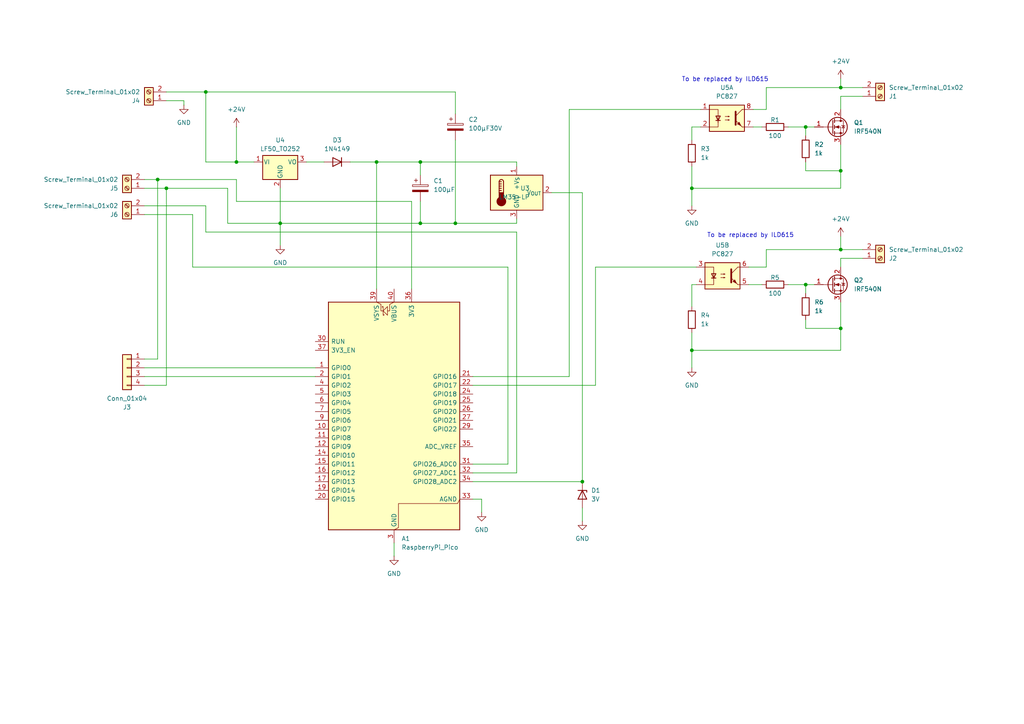
<source format=kicad_sch>
(kicad_sch (version 20250114) (generator "eeschema") (generator_version "9.0")
  (paper "A4")
  (lib_symbols
    (symbol "Connector:Screw_Terminal_01x02" (pin_names (offset 1.016) (hide yes))
      (property "Reference" "J" (at 0 2.54 0))
      (property "Value" "Screw_Terminal_01x02" (at 0 -5.08 0))
      (symbol "Screw_Terminal_01x02_1_1"
        (rectangle (start -1.27 1.27) (end 1.27 -3.81) (stroke (width 0.254)) (fill (type background)))
        (polyline (pts (xy -0.5334 0.3302) (xy 0.3302 -0.508)) (stroke (width 0.1524)))
        (polyline (pts (xy -0.5334 -2.2098) (xy 0.3302 -3.048)) (stroke (width 0.1524)))
        (polyline (pts (xy -0.3556 0.508) (xy 0.508 -0.3302)) (stroke (width 0.1524)))
        (polyline (pts (xy -0.3556 -2.032) (xy 0.508 -2.8702)) (stroke (width 0.1524)))
        (circle (center 0 0) (radius 0.635) (stroke (width 0.1524)))
        (circle (center 0 -2.54) (radius 0.635) (stroke (width 0.1524)))
        (pin passive line (at -5.08 0 0) (length 3.81) (name "Pin_1") (number "1"))
        (pin passive line (at -5.08 -2.54 0) (length 3.81) (name "Pin_2") (number "2"))
      )
    )
    (symbol "Connector_Generic:Conn_01x04" (pin_names (offset 1.016) (hide yes))
      (property "Reference" "J" (at 0 5.08 0))
      (property "Value" "Conn_01x04" (at 0 -7.62 0))
      (symbol "Conn_01x04_1_1"
        (rectangle (start -1.27 3.81) (end 1.27 -6.35) (stroke (width 0.254)) (fill (type background)))
        (rectangle (start -1.27 2.667) (end 0 2.413) (stroke (width 0.1524)))
        (rectangle (start -1.27 0.127) (end 0 -0.127) (stroke (width 0.1524)))
        (rectangle (start -1.27 -2.413) (end 0 -2.667) (stroke (width 0.1524)))
        (rectangle (start -1.27 -4.953) (end 0 -5.207) (stroke (width 0.1524)))
        (pin passive line (at -5.08 2.54 0) (length 3.81) (name "Pin_1") (number "1"))
        (pin passive line (at -5.08 0 0) (length 3.81) (name "Pin_2") (number "2"))
        (pin passive line (at -5.08 -2.54 0) (length 3.81) (name "Pin_3") (number "3"))
        (pin passive line (at -5.08 -5.08 0) (length 3.81) (name "Pin_4") (number "4"))
      )
    )
    (symbol "Device:C_Polarized" (pin_numbers (hide yes)) (pin_names (offset 0.254))
      (property "Reference" "C" (at 0.635 2.54 0))
      (property "Value" "C_Polarized" (at 0.635 -2.54 0))
      (symbol "C_Polarized_0_1"
        (rectangle (start -2.286 0.508) (end 2.286 1.016))
        (polyline (pts (xy -1.778 2.286) (xy -0.762 2.286)))
        (polyline (pts (xy -1.27 2.794) (xy -1.27 1.778)))
        (rectangle (start 2.286 -0.508) (end -2.286 -1.016) (fill (type outline)))
      )
      (symbol "C_Polarized_1_1"
        (pin passive line (at 0 3.81 270) (length 2.794) (name "~") (number "1"))
        (pin passive line (at 0 -3.81 90) (length 2.794) (name "~") (number "2"))
      )
    )
    (symbol "Device:D_Zener" (pin_numbers (hide yes)) (pin_names (offset 1.016) (hide yes))
      (property "Reference" "D" (at 0 2.54 0))
      (property "Value" "D_Zener" (at 0 -2.54 0))
      (symbol "D_Zener_0_1"
        (polyline (pts (xy -1.27 -1.27) (xy -1.27 1.27) (xy -0.762 1.27)) (stroke (width 0.254)))
        (polyline (pts (xy 1.27 0) (xy -1.27 0)))
        (polyline (pts (xy 1.27 -1.27) (xy 1.27 1.27) (xy -1.27 0) (xy 1.27 -1.27)) (stroke (width 0.254)))
      )
      (symbol "D_Zener_1_1"
        (pin passive line (at -3.81 0 0) (length 2.54) (name "K") (number "1"))
        (pin passive line (at 3.81 0 180) (length 2.54) (name "A") (number "2"))
      )
    )
    (symbol "Device:R" (pin_numbers (hide yes)) (pin_names (offset 0))
      (property "Reference" "R" (at 2.032 0 90))
      (property "Value" "R" (at 0 0 90))
      (symbol "R_0_1"
        (rectangle (start -1.016 -2.54) (end 1.016 2.54) (stroke (width 0.254)))
      )
      (symbol "R_1_1"
        (pin passive line (at 0 3.81 270) (length 1.27) (name "~") (number "1"))
        (pin passive line (at 0 -3.81 90) (length 1.27) (name "~") (number "2"))
      )
    )
    (symbol "Diode:1N4149" (pin_numbers (hide yes)) (pin_names (hide yes))
      (property "Reference" "D" (at 0 2.54 0))
      (property "Value" "1N4149" (at 0 -2.54 0))
      (symbol "1N4149_0_1"
        (polyline (pts (xy -1.27 1.27) (xy -1.27 -1.27)) (stroke (width 0.254)))
        (polyline (pts (xy 1.27 1.27) (xy 1.27 -1.27) (xy -1.27 0) (xy 1.27 1.27)) (stroke (width 0.254)))
        (polyline (pts (xy 1.27 0) (xy -1.27 0)))
      )
      (symbol "1N4149_1_1"
        (pin passive line (at -3.81 0 0) (length 2.54) (name "K") (number "1"))
        (pin passive line (at 3.81 0 180) (length 2.54) (name "A") (number "2"))
      )
    )
    (symbol "Isolator:PC827" (pin_names (offset 1.016))
      (property "Reference" "U" (at -5.08 5.08 0))
      (property "Value" "PC827" (at 0 5.08 0))
      (symbol "PC827_0_1"
        (rectangle (start -5.08 3.81) (end 5.08 -3.81) (stroke (width 0.254)) (fill (type background)))
        (polyline (pts (xy -5.08 2.54) (xy -2.54 2.54) (xy -2.54 -1.27) (xy -2.54 0.635)))
        (polyline (pts (xy -3.175 -0.635) (xy -1.905 -0.635)) (stroke (width 0.254)))
        (polyline (pts (xy -2.54 -0.635) (xy -2.54 -2.54) (xy -5.08 -2.54)))
        (polyline (pts (xy -2.54 -0.635) (xy -3.175 0.635) (xy -1.905 0.635) (xy -2.54 -0.635)) (stroke (width 0.254)))
        (polyline (pts (xy -0.508 0.508) (xy 0.762 0.508) (xy 0.381 0.381) (xy 0.381 0.635) (xy 0.762 0.508)))
        (polyline (pts (xy -0.508 -0.508) (xy 0.762 -0.508) (xy 0.381 -0.635) (xy 0.381 -0.381) (xy 0.762 -0.508)))
        (polyline (pts (xy 2.54 1.905) (xy 2.54 -1.905) (xy 2.54 -1.905)) (stroke (width 0.508)))
        (polyline (pts (xy 2.54 0.635) (xy 4.445 2.54)))
        (polyline (pts (xy 3.048 -1.651) (xy 3.556 -1.143) (xy 4.064 -2.159) (xy 3.048 -1.651) (xy 3.048 -1.651)) (fill (type outline)))
        (polyline (pts (xy 4.445 2.54) (xy 5.08 2.54)))
        (polyline (pts (xy 4.445 -2.54) (xy 2.54 -0.635)) (fill (type outline)))
        (polyline (pts (xy 4.445 -2.54) (xy 5.08 -2.54)))
      )
      (symbol "PC827_1_1"
        (pin passive line (at -7.62 2.54 0) (length 2.54) (name "~") (number "1"))
        (pin passive line (at -7.62 -2.54 0) (length 2.54) (name "~") (number "2"))
        (pin passive line (at 7.62 2.54 180) (length 2.54) (name "~") (number "8"))
        (pin passive line (at 7.62 -2.54 180) (length 2.54) (name "~") (number "7"))
      )
      (symbol "PC827_2_1"
        (pin passive line (at -7.62 2.54 0) (length 2.54) (name "~") (number "3"))
        (pin passive line (at -7.62 -2.54 0) (length 2.54) (name "~") (number "4"))
        (pin passive line (at 7.62 2.54 180) (length 2.54) (name "~") (number "6"))
        (pin passive line (at 7.62 -2.54 180) (length 2.54) (name "~") (number "5"))
      )
    )
    (symbol "MCU_Module:RaspberryPi_Pico" (pin_names (offset 0.762))
      (property "Reference" "A" (at -19.05 35.56 0))
      (property "Value" "RaspberryPi_Pico" (at 7.62 35.56 0))
      (symbol "RaspberryPi_Pico_0_1"
        (rectangle (start -19.05 34.29) (end 19.05 -31.75) (stroke (width 0.254)) (fill (type background)))
        (polyline (pts (xy -5.08 34.29) (xy -3.81 33.655) (xy -3.81 31.75) (xy -3.175 31.75)))
        (polyline (pts (xy -3.429 32.766) (xy -3.429 33.02) (xy -3.175 33.02) (xy -3.175 30.48) (xy -2.921 30.48) (xy -2.921 30.734)))
        (polyline (pts (xy -3.175 31.75) (xy -1.905 33.02) (xy -1.905 30.48) (xy -3.175 31.75)))
        (polyline (pts (xy 0 34.29) (xy -1.27 33.655) (xy -1.27 31.75) (xy -1.905 31.75)))
        (polyline (pts (xy 0 -31.75) (xy 1.27 -31.115) (xy 1.27 -24.13) (xy 18.415 -24.13) (xy 19.05 -22.86)))
      )
      (symbol "RaspberryPi_Pico_1_1"
        (pin passive line (at -22.86 22.86 0) (length 3.81) (name "RUN") (number "30"))
        (pin passive line (at -22.86 20.32 0) (length 3.81) (name "3V3_EN") (number "37"))
        (pin bidirectional line (at -22.86 15.24 0) (length 3.81) (name "GPIO0") (number "1"))
        (pin bidirectional line (at -22.86 12.7 0) (length 3.81) (name "GPIO1") (number "2"))
        (pin bidirectional line (at -22.86 10.16 0) (length 3.81) (name "GPIO2") (number "4"))
        (pin bidirectional line (at -22.86 7.62 0) (length 3.81) (name "GPIO3") (number "5"))
        (pin bidirectional line (at -22.86 5.08 0) (length 3.81) (name "GPIO4") (number "6"))
        (pin bidirectional line (at -22.86 2.54 0) (length 3.81) (name "GPIO5") (number "7"))
        (pin bidirectional line (at -22.86 0 0) (length 3.81) (name "GPIO6") (number "9"))
        (pin bidirectional line (at -22.86 -2.54 0) (length 3.81) (name "GPIO7") (number "10"))
        (pin bidirectional line (at -22.86 -5.08 0) (length 3.81) (name "GPIO8") (number "11"))
        (pin bidirectional line (at -22.86 -7.62 0) (length 3.81) (name "GPIO9") (number "12"))
        (pin bidirectional line (at -22.86 -10.16 0) (length 3.81) (name "GPIO10") (number "14"))
        (pin bidirectional line (at -22.86 -12.7 0) (length 3.81) (name "GPIO11") (number "15"))
        (pin bidirectional line (at -22.86 -15.24 0) (length 3.81) (name "GPIO12") (number "16"))
        (pin bidirectional line (at -22.86 -17.78 0) (length 3.81) (name "GPIO13") (number "17"))
        (pin bidirectional line (at -22.86 -20.32 0) (length 3.81) (name "GPIO14") (number "19"))
        (pin bidirectional line (at -22.86 -22.86 0) (length 3.81) (name "GPIO15") (number "20"))
        (pin power_in line (at -5.08 38.1 270) (length 3.81) (name "VSYS") (number "39"))
        (pin power_out line (at 0 38.1 270) (length 3.81) (name "VBUS") (number "40"))
        (pin passive line (at 0 -35.56 90) (length 3.81) (hide yes) (name "GND") (number "13"))
        (pin passive line (at 0 -35.56 90) (length 3.81) (hide yes) (name "GND") (number "18"))
        (pin passive line (at 0 -35.56 90) (length 3.81) (hide yes) (name "GND") (number "23"))
        (pin passive line (at 0 -35.56 90) (length 3.81) (hide yes) (name "GND") (number "28"))
        (pin power_out line (at 0 -35.56 90) (length 3.81) (name "GND") (number "3"))
        (pin passive line (at 0 -35.56 90) (length 3.81) (hide yes) (name "GND") (number "38"))
        (pin passive line (at 0 -35.56 90) (length 3.81) (hide yes) (name "GND") (number "8"))
        (pin power_out line (at 5.08 38.1 270) (length 3.81) (name "3V3") (number "36"))
        (pin bidirectional line (at 22.86 12.7 180) (length 3.81) (name "GPIO16") (number "21"))
        (pin bidirectional line (at 22.86 10.16 180) (length 3.81) (name "GPIO17") (number "22"))
        (pin bidirectional line (at 22.86 7.62 180) (length 3.81) (name "GPIO18") (number "24"))
        (pin bidirectional line (at 22.86 5.08 180) (length 3.81) (name "GPIO19") (number "25"))
        (pin bidirectional line (at 22.86 2.54 180) (length 3.81) (name "GPIO20") (number "26"))
        (pin bidirectional line (at 22.86 0 180) (length 3.81) (name "GPIO21") (number "27"))
        (pin bidirectional line (at 22.86 -2.54 180) (length 3.81) (name "GPIO22") (number "29"))
        (pin power_in line (at 22.86 -7.62 180) (length 3.81) (name "ADC_VREF") (number "35"))
        (pin bidirectional line (at 22.86 -12.7 180) (length 3.81) (name "GPIO26_ADC0") (number "31"))
        (pin bidirectional line (at 22.86 -15.24 180) (length 3.81) (name "GPIO27_ADC1") (number "32"))
        (pin bidirectional line (at 22.86 -17.78 180) (length 3.81) (name "GPIO28_ADC2") (number "34"))
        (pin power_out line (at 22.86 -22.86 180) (length 3.81) (name "AGND") (number "33"))
      )
    )
    (symbol "Regulator_Linear:LF50_TO252" (pin_names (offset 0.254))
      (property "Reference" "U" (at -3.81 3.175 0))
      (property "Value" "LF50_TO252" (at 0 3.175 0))
      (symbol "LF50_TO252_0_1"
        (rectangle (start -5.08 1.905) (end 5.08 -5.08) (stroke (width 0.254)) (fill (type background)))
      )
      (symbol "LF50_TO252_1_1"
        (pin power_in line (at -7.62 0 0) (length 2.54) (name "VI") (number "1"))
        (pin power_in line (at 0 -7.62 90) (length 2.54) (name "GND") (number "2"))
        (pin power_out line (at 7.62 0 180) (length 2.54) (name "VO") (number "3"))
      )
    )
    (symbol "Sensor_Temperature:LM35-LP"
      (property "Reference" "U" (at -6.35 6.35 0))
      (property "Value" "LM35-LP" (at 1.27 6.35 0))
      (symbol "LM35-LP_0_1"
        (rectangle (start -7.62 5.08) (end 7.62 -5.08) (stroke (width 0.254)) (fill (type background)))
        (polyline (pts (xy -5.08 3.175) (xy -5.08 0)) (stroke (width 0.254)))
        (polyline (pts (xy -5.08 3.175) (xy -4.445 3.175)) (stroke (width 0.254)))
        (polyline (pts (xy -5.08 2.54) (xy -4.445 2.54)) (stroke (width 0.254)))
        (polyline (pts (xy -5.08 1.905) (xy -4.445 1.905)) (stroke (width 0.254)))
        (polyline (pts (xy -5.08 1.27) (xy -4.445 1.27)) (stroke (width 0.254)))
        (polyline (pts (xy -5.08 0.635) (xy -4.445 0.635)) (stroke (width 0.254)))
        (arc (start -5.08 3.175) (mid -4.445 3.8073) (end -3.81 3.175) (stroke (width 0.254)))
        (circle (center -4.445 -2.54) (radius 1.27) (stroke (width 0.254)) (fill (type outline)))
        (polyline (pts (xy -3.81 3.175) (xy -3.81 0)) (stroke (width 0.254)))
        (rectangle (start -3.81 -1.905) (end -5.08 0) (stroke (width 0.254)) (fill (type outline)))
      )
      (symbol "LM35-LP_1_1"
        (pin power_in line (at 0 7.62 270) (length 2.54) (name "+V_{S}") (number "1"))
        (pin power_in line (at 0 -7.62 90) (length 2.54) (name "GND") (number "3"))
        (pin output line (at 10.16 0 180) (length 2.54) (name "V_{OUT}") (number "2"))
      )
    )
    (symbol "Transistor_FET:IRF540N" (pin_names (hide yes))
      (property "Reference" "Q" (at 5.08 1.905 0))
      (property "Value" "IRF540N" (at 5.08 0 0))
      (symbol "IRF540N_0_1"
        (polyline (pts (xy 0.254 1.905) (xy 0.254 -1.905)) (stroke (width 0.254)))
        (polyline (pts (xy 0.254 0) (xy -2.54 0)))
        (polyline (pts (xy 0.762 2.286) (xy 0.762 1.27)) (stroke (width 0.254)))
        (polyline (pts (xy 0.762 0.508) (xy 0.762 -0.508)) (stroke (width 0.254)))
        (polyline (pts (xy 0.762 -1.27) (xy 0.762 -2.286)) (stroke (width 0.254)))
        (polyline (pts (xy 0.762 -1.778) (xy 3.302 -1.778) (xy 3.302 1.778) (xy 0.762 1.778)))
        (polyline (pts (xy 1.016 0) (xy 2.032 0.381) (xy 2.032 -0.381) (xy 1.016 0)) (fill (type outline)))
        (circle (center 1.651 0) (radius 2.794) (stroke (width 0.254)))
        (polyline (pts (xy 2.54 2.54) (xy 2.54 1.778)))
        (circle (center 2.54 1.778) (radius 0.254) (fill (type outline)))
        (circle (center 2.54 -1.778) (radius 0.254) (fill (type outline)))
        (polyline (pts (xy 2.54 -2.54) (xy 2.54 0) (xy 0.762 0)))
        (polyline (pts (xy 2.794 0.508) (xy 2.921 0.381) (xy 3.683 0.381) (xy 3.81 0.254)))
        (polyline (pts (xy 3.302 0.381) (xy 2.921 -0.254) (xy 3.683 -0.254) (xy 3.302 0.381)))
      )
      (symbol "IRF540N_1_1"
        (pin input line (at -5.08 0 0) (length 2.54) (name "G") (number "1"))
        (pin passive line (at 2.54 5.08 270) (length 2.54) (name "D") (number "2"))
        (pin passive line (at 2.54 -5.08 90) (length 2.54) (name "S") (number "3"))
      )
    )
    (symbol "power:+24V" (power) (pin_numbers (hide yes)) (pin_names (offset 0) (hide yes))
      (property "Value" "+24V" (at 0 3.556 0))
      (symbol "+24V_0_1"
        (polyline (pts (xy -0.762 1.27) (xy 0 2.54)))
        (polyline (pts (xy 0 2.54) (xy 0.762 1.27)))
        (polyline (pts (xy 0 0) (xy 0 2.54)))
      )
      (symbol "+24V_1_1"
        (pin power_in line (at 0 0 90) (length 0) (name "~") (number "1"))
      )
    )
    (symbol "power:GND" (power) (pin_numbers (hide yes)) (pin_names (offset 0) (hide yes))
      (property "Value" "GND" (at 0 -3.81 0))
      (symbol "GND_0_1"
        (polyline (pts (xy 0 0) (xy 0 -1.27) (xy 1.27 -1.27) (xy 0 -2.54) (xy -1.27 -1.27) (xy 0 -1.27)))
      )
      (symbol "GND_1_1"
        (pin power_in line (at 0 0 270) (length 0) (name "~") (number "1"))
      )
    )
  )
  (text "To be replaced by ILD615" (at 210.312 23.114 0) (effects (font (size 1.27 1.27))))
  (text "To be replaced by ILD615" (at 217.678 68.326 0) (effects (font (size 1.27 1.27))))
  (junction (at 109.22 46.99))
  (junction (at 200.66 54.61))
  (junction (at 243.84 49.53))
  (junction (at 243.84 95.25))
  (junction (at 81.28 64.77))
  (junction (at 68.58 46.99))
  (junction (at 168.91 139.7))
  (junction (at 233.68 82.55))
  (junction (at 243.84 72.39))
  (junction (at 233.68 36.83))
  (junction (at 121.92 64.77))
  (junction (at 243.84 25.4))
  (junction (at 200.66 101.6))
  (junction (at 48.26 54.61))
  (junction (at 132.08 64.77))
  (junction (at 45.72 52.07))
  (junction (at 59.69 26.67))
  (junction (at 121.92 46.99))
  (wire (pts (xy 243.84 72.39) (xy 250.19 72.39)))
  (wire (pts (xy 222.25 25.4) (xy 243.84 25.4)))
  (wire (pts (xy 41.91 104.14) (xy 45.72 104.14)))
  (wire (pts (xy 132.08 40.64) (xy 132.08 64.77)))
  (wire (pts (xy 243.84 25.4) (xy 250.19 25.4)))
  (wire (pts (xy 243.84 74.93) (xy 250.19 74.93)))
  (wire (pts (xy 200.66 54.61) (xy 200.66 59.69)))
  (wire (pts (xy 59.69 46.99) (xy 68.58 46.99)))
  (wire (pts (xy 243.84 27.94) (xy 243.84 31.75)))
  (wire (pts (xy 222.25 77.47) (xy 217.17 77.47)))
  (wire (pts (xy 147.32 77.47) (xy 147.32 134.62)))
  (wire (pts (xy 172.72 77.47) (xy 201.93 77.47)))
  (wire (pts (xy 218.44 31.75) (xy 222.25 31.75)))
  (wire (pts (xy 243.84 95.25) (xy 243.84 101.6)))
  (wire (pts (xy 200.66 82.55) (xy 200.66 88.9)))
  (wire (pts (xy 233.68 92.71) (xy 233.68 95.25)))
  (wire (pts (xy 228.6 82.55) (xy 233.68 82.55)))
  (wire (pts (xy 55.88 62.23) (xy 55.88 77.47)))
  (wire (pts (xy 59.69 26.67) (xy 132.08 26.67)))
  (wire (pts (xy 132.08 64.77) (xy 121.92 64.77)))
  (wire (pts (xy 168.91 147.32) (xy 168.91 151.13)))
  (wire (pts (xy 121.92 46.99) (xy 149.86 46.99)))
  (wire (pts (xy 243.84 87.63) (xy 243.84 95.25)))
  (wire (pts (xy 81.28 54.61) (xy 81.28 64.77)))
  (wire (pts (xy 109.22 46.99) (xy 109.22 83.82)))
  (wire (pts (xy 233.68 82.55) (xy 233.68 85.09)))
  (wire (pts (xy 243.84 22.86) (xy 243.84 25.4)))
  (wire (pts (xy 233.68 36.83) (xy 233.68 39.37)))
  (wire (pts (xy 243.84 54.61) (xy 200.66 54.61)))
  (wire (pts (xy 109.22 46.99) (xy 121.92 46.99)))
  (wire (pts (xy 68.58 52.07) (xy 68.58 58.42)))
  (wire (pts (xy 172.72 111.76) (xy 172.72 77.47)))
  (wire (pts (xy 41.91 59.69) (xy 59.69 59.69)))
  (wire (pts (xy 41.91 106.68) (xy 91.44 106.68)))
  (wire (pts (xy 233.68 82.55) (xy 236.22 82.55)))
  (wire (pts (xy 59.69 26.67) (xy 59.69 46.99)))
  (wire (pts (xy 48.26 26.67) (xy 59.69 26.67)))
  (wire (pts (xy 243.84 68.58) (xy 243.84 72.39)))
  (wire (pts (xy 119.38 58.42) (xy 119.38 83.82)))
  (wire (pts (xy 101.6 46.99) (xy 109.22 46.99)))
  (wire (pts (xy 233.68 46.99) (xy 233.68 49.53)))
  (wire (pts (xy 160.02 55.88) (xy 168.91 55.88)))
  (wire (pts (xy 149.86 48.26) (xy 149.86 46.99)))
  (wire (pts (xy 243.84 49.53) (xy 243.84 54.61)))
  (wire (pts (xy 55.88 77.47) (xy 147.32 77.47)))
  (wire (pts (xy 149.86 64.77) (xy 132.08 64.77)))
  (wire (pts (xy 137.16 144.78) (xy 139.7 144.78)))
  (wire (pts (xy 222.25 72.39) (xy 222.25 77.47)))
  (wire (pts (xy 200.66 96.52) (xy 200.66 101.6)))
  (wire (pts (xy 200.66 36.83) (xy 200.66 40.64)))
  (wire (pts (xy 66.04 54.61) (xy 66.04 64.77)))
  (wire (pts (xy 165.1 31.75) (xy 203.2 31.75)))
  (wire (pts (xy 137.16 134.62) (xy 147.32 134.62)))
  (wire (pts (xy 200.66 101.6) (xy 200.66 106.68)))
  (wire (pts (xy 200.66 48.26) (xy 200.66 54.61)))
  (wire (pts (xy 66.04 64.77) (xy 81.28 64.77)))
  (wire (pts (xy 48.26 54.61) (xy 66.04 54.61)))
  (wire (pts (xy 149.86 63.5) (xy 149.86 64.77)))
  (wire (pts (xy 114.3 157.48) (xy 114.3 161.29)))
  (wire (pts (xy 243.84 101.6) (xy 200.66 101.6)))
  (wire (pts (xy 68.58 36.83) (xy 68.58 46.99)))
  (wire (pts (xy 201.93 82.55) (xy 200.66 82.55)))
  (wire (pts (xy 233.68 49.53) (xy 243.84 49.53)))
  (wire (pts (xy 217.17 82.55) (xy 220.98 82.55)))
  (wire (pts (xy 149.86 137.16) (xy 137.16 137.16)))
  (wire (pts (xy 41.91 54.61) (xy 48.26 54.61)))
  (wire (pts (xy 132.08 33.02) (xy 132.08 26.67)))
  (wire (pts (xy 121.92 64.77) (xy 81.28 64.77)))
  (wire (pts (xy 53.34 29.21) (xy 53.34 30.48)))
  (wire (pts (xy 48.26 111.76) (xy 48.26 54.61)))
  (wire (pts (xy 165.1 31.75) (xy 165.1 109.22)))
  (wire (pts (xy 218.44 36.83) (xy 220.98 36.83)))
  (wire (pts (xy 243.84 74.93) (xy 243.84 77.47)))
  (wire (pts (xy 81.28 71.12) (xy 81.28 64.77)))
  (wire (pts (xy 41.91 62.23) (xy 55.88 62.23)))
  (wire (pts (xy 203.2 36.83) (xy 200.66 36.83)))
  (wire (pts (xy 45.72 104.14) (xy 45.72 52.07)))
  (wire (pts (xy 68.58 46.99) (xy 73.66 46.99)))
  (wire (pts (xy 139.7 144.78) (xy 139.7 148.59)))
  (wire (pts (xy 222.25 72.39) (xy 243.84 72.39)))
  (wire (pts (xy 41.91 52.07) (xy 45.72 52.07)))
  (wire (pts (xy 88.9 46.99) (xy 93.98 46.99)))
  (wire (pts (xy 137.16 139.7) (xy 168.91 139.7)))
  (wire (pts (xy 41.91 111.76) (xy 48.26 111.76)))
  (wire (pts (xy 233.68 36.83) (xy 236.22 36.83)))
  (wire (pts (xy 68.58 58.42) (xy 119.38 58.42)))
  (wire (pts (xy 137.16 111.76) (xy 172.72 111.76)))
  (wire (pts (xy 149.86 67.31) (xy 149.86 137.16)))
  (wire (pts (xy 121.92 58.42) (xy 121.92 64.77)))
  (wire (pts (xy 137.16 109.22) (xy 165.1 109.22)))
  (wire (pts (xy 222.25 31.75) (xy 222.25 25.4)))
  (wire (pts (xy 228.6 36.83) (xy 233.68 36.83)))
  (wire (pts (xy 41.91 109.22) (xy 91.44 109.22)))
  (wire (pts (xy 59.69 59.69) (xy 59.69 67.31)))
  (wire (pts (xy 168.91 139.7) (xy 168.91 55.88)))
  (wire (pts (xy 233.68 95.25) (xy 243.84 95.25)))
  (wire (pts (xy 48.26 29.21) (xy 53.34 29.21)))
  (wire (pts (xy 243.84 41.91) (xy 243.84 49.53)))
  (wire (pts (xy 45.72 52.07) (xy 68.58 52.07)))
  (wire (pts (xy 59.69 67.31) (xy 149.86 67.31)))
  (wire (pts (xy 121.92 46.99) (xy 121.92 50.8)))
  (wire (pts (xy 250.19 27.94) (xy 243.84 27.94)))
  (symbol (lib_id "Sensor_Temperature:LM35-LP") (at 149.86 55.88 0) (unit 1)
    (property "Reference" "U3" (at 153.67 54.6099 0) (effects (justify right)))
    (property "Value" "LM35-LP" (at 153.67 57.1499 0) (effects (justify right)))
    (property "Footprint" "Package_TO_SOT_THT:TO-92_Inline" (effects (hide yes)))
    (property "Datasheet" "http://www.ti.com/lit/ds/symlink/lm35.pdf" (effects (hide yes)))
    (property "Description" "Precision centigrade temperature sensor, TO-92" (effects (hide yes)))
  )
  (symbol (lib_id "MCU_Module:RaspberryPi_Pico") (at 114.3 121.92 0) (unit 1)
    (property "Reference" "A1" (at 116.4433 156.21 0) (effects (justify left)))
    (property "Value" "RaspberryPi_Pico" (at 116.4433 158.75 0) (effects (justify left)))
    (property "Footprint" "Module:RaspberryPi_Pico_Common_Unspecified" (effects (hide yes)))
    (property "Datasheet" "https://datasheets.raspberrypi.com/pico/pico-datasheet.pdf" (effects (hide yes)))
    (property "Description" "Versatile and inexpensive microcontroller module powered by RP2040 dual-core Arm Cortex-M0+ processor up to 133 MHz, 264kB SRAM, 2MB QSPI flash; also supports Raspberry Pi Pico 2" (effects (hide yes)))
  )
  (symbol (lib_id "Isolator:PC827") (at 210.82 34.29 0) (unit 1)
    (property "Reference" "U5" (at 210.82 25.4 0))
    (property "Value" "PC827" (at 210.82 27.94 0))
    (property "Footprint" "Package_DIP:DIP-8_W7.62mm" (effects (hide yes)))
    (property "Datasheet" "http://optoelectronics.liteon.com/upload/download/DS-70-96-0016/LTV-8X7%20series.PDF" (effects (hide yes)))
    (property "Description" "Dual DC Optocoupler, Vce 35V, CTR 50%, DIP-8" (effects (hide yes)))
  )
  (symbol (lib_id "Connector:Screw_Terminal_01x02") (at 43.18 29.21 180) (unit 1)
    (property "Reference" "J4" (at 40.64 29.2101 0) (effects (justify left)))
    (property "Value" "Screw_Terminal_01x02" (at 40.64 26.6701 0) (effects (justify left)))
    (property "Footprint" "TerminalBlock:TerminalBlock_bornier-2_P5.08mm" (effects (hide yes)))
    (property "Description" "Generic screw terminal, single row, 01x02, script generated (kicad-library-utils/schlib/autogen/connector/)" (effects (hide yes)))
  )
  (symbol (lib_id "power:GND") (at 200.66 59.69 0) (unit 1)
    (property "Reference" "#PWR03" (effects (hide yes)))
    (property "Value" "GND" (at 200.66 64.77 0))
    (property "Description" "Power symbol creates a global label with name \"GND\" , ground" (effects (hide yes)))
  )
  (symbol (lib_id "Isolator:PC827") (at 209.55 80.01 0) (unit 2)
    (property "Reference" "U5" (at 209.55 71.12 0))
    (property "Value" "PC827" (at 209.55 73.66 0))
    (property "Footprint" "Package_DIP:DIP-8_W7.62mm" (effects (hide yes)))
    (property "Datasheet" "http://optoelectronics.liteon.com/upload/download/DS-70-96-0016/LTV-8X7%20series.PDF" (effects (hide yes)))
    (property "Description" "Dual DC Optocoupler, Vce 35V, CTR 50%, DIP-8" (effects (hide yes)))
  )
  (symbol (lib_id "Transistor_FET:IRF540N") (at 241.3 36.83 0) (unit 1)
    (property "Reference" "Q1" (at 247.65 35.5599 0) (effects (justify left)))
    (property "Value" "IRF540N" (at 247.65 38.0999 0) (effects (justify left)))
    (property "Footprint" "Package_TO_SOT_THT:TO-220-3_Vertical" (effects (hide yes)))
    (property "Datasheet" "http://www.irf.com/product-info/datasheets/data/irf540n.pdf" (effects (hide yes)))
    (property "Description" "33A Id, 100V Vds, HEXFET N-Channel MOSFET, TO-220" (effects (hide yes)))
  )
  (symbol (lib_id "power:GND") (at 168.91 151.13 0) (unit 1)
    (property "Reference" "#PWR011" (effects (hide yes)))
    (property "Value" "GND" (at 168.91 156.21 0))
    (property "Description" "Power symbol creates a global label with name \"GND\" , ground" (effects (hide yes)))
  )
  (symbol (lib_id "Device:R") (at 233.68 43.18 180) (unit 1)
    (property "Reference" "R2" (at 236.22 41.9099 0) (effects (justify right)))
    (property "Value" "1k" (at 236.22 44.4499 0) (effects (justify right)))
    (property "Footprint" "Resistor_SMD:R_1206_3216Metric_Pad1.30x1.75mm_HandSolder" (effects (hide yes)))
    (property "Description" "Resistor" (effects (hide yes)))
  )
  (symbol (lib_id "power:+24V") (at 243.84 22.86 0) (unit 1)
    (property "Reference" "#PWR05" (effects (hide yes)))
    (property "Value" "+24V" (at 243.84 17.78 0))
    (property "Description" "Power symbol creates a global label with name \"+24V\"" (effects (hide yes)))
  )
  (symbol (lib_id "Connector:Screw_Terminal_01x02") (at 255.27 74.93 0) (mirror x) (unit 1)
    (property "Reference" "J2" (at 257.81 74.9301 0) (effects (justify left)))
    (property "Value" "Screw_Terminal_01x02" (at 257.81 72.3901 0) (effects (justify left)))
    (property "Footprint" "TerminalBlock:TerminalBlock_bornier-2_P5.08mm" (effects (hide yes)))
    (property "Description" "Generic screw terminal, single row, 01x02, script generated (kicad-library-utils/schlib/autogen/connector/)" (effects (hide yes)))
  )
  (symbol (lib_id "Connector:Screw_Terminal_01x02") (at 255.27 27.94 0) (mirror x) (unit 1)
    (property "Reference" "J1" (at 257.81 27.9401 0) (effects (justify left)))
    (property "Value" "Screw_Terminal_01x02" (at 257.81 25.4001 0) (effects (justify left)))
    (property "Footprint" "TerminalBlock:TerminalBlock_bornier-2_P5.08mm" (effects (hide yes)))
    (property "Description" "Generic screw terminal, single row, 01x02, script generated (kicad-library-utils/schlib/autogen/connector/)" (effects (hide yes)))
  )
  (symbol (lib_id "Regulator_Linear:LF50_TO252") (at 81.28 46.99 0) (unit 1)
    (property "Reference" "U4" (at 81.28 40.64 0))
    (property "Value" "LF50_TO252" (at 81.28 43.18 0))
    (property "Footprint" "Package_TO_SOT_SMD:TO-252-2" (effects (hide yes)))
    (property "Datasheet" "http://www.st.com/content/ccc/resource/technical/document/datasheet/c4/0e/7e/2a/be/bc/4c/bd/CD00000546.pdf/files/CD00000546.pdf/jcr:content/translations/en.CD00000546.pdf" (effects (hide yes)))
    (property "Description" "Low-drop Voltage Regulator, Io up to 500mA, Fixed Vo 5.0V, TO-252 (DPAK)" (effects (hide yes)))
  )
  (symbol (lib_id "power:GND") (at 200.66 106.68 0) (unit 1)
    (property "Reference" "#PWR04" (effects (hide yes)))
    (property "Value" "GND" (at 200.66 111.76 0))
    (property "Description" "Power symbol creates a global label with name \"GND\" , ground" (effects (hide yes)))
  )
  (symbol (lib_id "power:GND") (at 81.28 71.12 0) (unit 1)
    (property "Reference" "#PWR06" (effects (hide yes)))
    (property "Value" "GND" (at 81.28 76.2 0))
    (property "Description" "Power symbol creates a global label with name \"GND\" , ground" (effects (hide yes)))
  )
  (symbol (lib_id "power:+24V") (at 68.58 36.83 0) (unit 1)
    (property "Reference" "#PWR07" (effects (hide yes)))
    (property "Value" "+24V" (at 68.58 31.75 0))
    (property "Description" "Power symbol creates a global label with name \"+24V\"" (effects (hide yes)))
  )
  (symbol (lib_id "Device:D_Zener") (at 168.91 143.51 270) (unit 1)
    (property "Reference" "D1" (at 171.45 142.2399 90) (effects (justify left)))
    (property "Value" "3V" (at 171.45 144.7799 90) (effects (justify left)))
    (property "Footprint" "Diode_THT:D_DO-35_SOD27_P7.62mm_Horizontal" (effects (hide yes)))
    (property "Description" "Zener diode" (effects (hide yes)))
  )
  (symbol (lib_id "Connector:Screw_Terminal_01x02") (at 36.83 62.23 180) (unit 1)
    (property "Reference" "J6" (at 34.29 62.2301 0) (effects (justify left)))
    (property "Value" "Screw_Terminal_01x02" (at 34.29 59.6901 0) (effects (justify left)))
    (property "Footprint" "TerminalBlock:TerminalBlock_bornier-2_P5.08mm" (effects (hide yes)))
    (property "Description" "Generic screw terminal, single row, 01x02, script generated (kicad-library-utils/schlib/autogen/connector/)" (effects (hide yes)))
  )
  (symbol (lib_id "Device:R") (at 200.66 44.45 180) (unit 1)
    (property "Reference" "R3" (at 203.2 43.1799 0) (effects (justify right)))
    (property "Value" "1k" (at 203.2 45.7199 0) (effects (justify right)))
    (property "Footprint" "Resistor_SMD:R_1206_3216Metric_Pad1.30x1.75mm_HandSolder" (effects (hide yes)))
    (property "Description" "Resistor" (effects (hide yes)))
  )
  (symbol (lib_id "Device:C_Polarized") (at 132.08 36.83 0) (unit 1)
    (property "Reference" "C2" (at 135.89 34.6709 0) (effects (justify left)))
    (property "Value" "100µF30V" (at 135.89 37.2109 0) (effects (justify left)))
    (property "Footprint" "Capacitor_THT:CP_Radial_D7.5mm_P2.50mm" (effects (hide yes)))
    (property "Description" "Polarized capacitor" (effects (hide yes)))
  )
  (symbol (lib_id "Device:R") (at 233.68 88.9 180) (unit 1)
    (property "Reference" "R6" (at 236.22 87.6299 0) (effects (justify right)))
    (property "Value" "1k" (at 236.22 90.1699 0) (effects (justify right)))
    (property "Footprint" "Resistor_SMD:R_1206_3216Metric_Pad1.30x1.75mm_HandSolder" (effects (hide yes)))
    (property "Description" "Resistor" (effects (hide yes)))
  )
  (symbol (lib_id "power:GND") (at 139.7 148.59 0) (unit 1)
    (property "Reference" "#PWR08" (effects (hide yes)))
    (property "Value" "GND" (at 139.7 153.67 0))
    (property "Description" "Power symbol creates a global label with name \"GND\" , ground" (effects (hide yes)))
  )
  (symbol (lib_id "Device:R") (at 224.79 36.83 90) (unit 1)
    (property "Reference" "R1" (at 224.79 34.798 90))
    (property "Value" "100" (at 224.79 39.37 90))
    (property "Footprint" "Resistor_SMD:R_1206_3216Metric_Pad1.30x1.75mm_HandSolder" (effects (hide yes)))
    (property "Description" "Resistor" (effects (hide yes)))
  )
  (symbol (lib_id "power:GND") (at 114.3 161.29 0) (unit 1)
    (property "Reference" "#PWR09" (effects (hide yes)))
    (property "Value" "GND" (at 114.3 166.37 0))
    (property "Description" "Power symbol creates a global label with name \"GND\" , ground" (effects (hide yes)))
  )
  (symbol (lib_id "Transistor_FET:IRF540N") (at 241.3 82.55 0) (unit 1)
    (property "Reference" "Q2" (at 247.65 81.2799 0) (effects (justify left)))
    (property "Value" "IRF540N" (at 247.65 83.8199 0) (effects (justify left)))
    (property "Footprint" "Package_TO_SOT_THT:TO-220-3_Vertical" (effects (hide yes)))
    (property "Datasheet" "http://www.irf.com/product-info/datasheets/data/irf540n.pdf" (effects (hide yes)))
    (property "Description" "33A Id, 100V Vds, HEXFET N-Channel MOSFET, TO-220" (effects (hide yes)))
  )
  (symbol (lib_id "Diode:1N4149") (at 97.79 46.99 180) (unit 1)
    (property "Reference" "D3" (at 97.79 40.64 0))
    (property "Value" "1N4149" (at 97.79 43.18 0))
    (property "Footprint" "Diode_THT:D_DO-35_SOD27_P7.62mm_Horizontal" (effects (hide yes)))
    (property "Datasheet" "http://www.microsemi.com/document-portal/doc_view/11580-lds-0239" (effects (hide yes)))
    (property "Description" "75V Vrm 0.5A Ifsm standard switching diode, DO-35" (effects (hide yes)))
    (property "Sim.Device" "D" (effects (hide yes)))
    (property "Sim.Pins" "1=K 2=A" (effects (hide yes)))
  )
  (symbol (lib_id "power:GND") (at 53.34 30.48 0) (unit 1)
    (property "Reference" "#PWR010" (effects (hide yes)))
    (property "Value" "GND" (at 53.34 35.56 0))
    (property "Description" "Power symbol creates a global label with name \"GND\" , ground" (effects (hide yes)))
  )
  (symbol (lib_id "power:+24V") (at 243.84 68.58 0) (unit 1)
    (property "Reference" "#PWR02" (effects (hide yes)))
    (property "Value" "+24V" (at 243.84 63.5 0))
    (property "Description" "Power symbol creates a global label with name \"+24V\"" (effects (hide yes)))
  )
  (symbol (lib_id "Device:C_Polarized") (at 121.92 54.61 0) (unit 1)
    (property "Reference" "C1" (at 125.73 52.4509 0) (effects (justify left)))
    (property "Value" "100µF" (at 125.73 54.9909 0) (effects (justify left)))
    (property "Footprint" "Capacitor_THT:CP_Radial_D7.5mm_P2.50mm" (effects (hide yes)))
    (property "Description" "Polarized capacitor" (effects (hide yes)))
  )
  (symbol (lib_id "Connector:Screw_Terminal_01x02") (at 36.83 54.61 180) (unit 1)
    (property "Reference" "J5" (at 34.29 54.6101 0) (effects (justify left)))
    (property "Value" "Screw_Terminal_01x02" (at 34.29 52.0701 0) (effects (justify left)))
    (property "Footprint" "TerminalBlock:TerminalBlock_bornier-2_P5.08mm" (effects (hide yes)))
    (property "Description" "Generic screw terminal, single row, 01x02, script generated (kicad-library-utils/schlib/autogen/connector/)" (effects (hide yes)))
  )
  (symbol (lib_id "Device:R") (at 224.79 82.55 90) (unit 1)
    (property "Reference" "R5" (at 224.79 80.518 90))
    (property "Value" "100" (at 224.79 85.09 90))
    (property "Footprint" "Resistor_SMD:R_1206_3216Metric_Pad1.30x1.75mm_HandSolder" (effects (hide yes)))
    (property "Description" "Resistor" (effects (hide yes)))
  )
  (symbol (lib_id "Connector_Generic:Conn_01x04") (at 36.83 106.68 0) (mirror y) (unit 1)
    (property "Reference" "J3" (at 36.83 118.11 0))
    (property "Value" "Conn_01x04" (at 36.83 115.57 0))
    (property "Footprint" "Connector_PinHeader_2.54mm:PinHeader_1x04_P2.54mm_Vertical" (effects (hide yes)))
    (property "Description" "Generic connector, single row, 01x04, script generated (kicad-library-utils/schlib/autogen/connector/)" (effects (hide yes)))
  )
  (symbol (lib_id "Device:R") (at 200.66 92.71 180) (unit 1)
    (property "Reference" "R4" (at 203.2 91.4399 0) (effects (justify right)))
    (property "Value" "1k" (at 203.2 93.9799 0) (effects (justify right)))
    (property "Footprint" "Resistor_SMD:R_1206_3216Metric_Pad1.30x1.75mm_HandSolder" (effects (hide yes)))
    (property "Description" "Resistor" (effects (hide yes)))
  )
)
</source>
